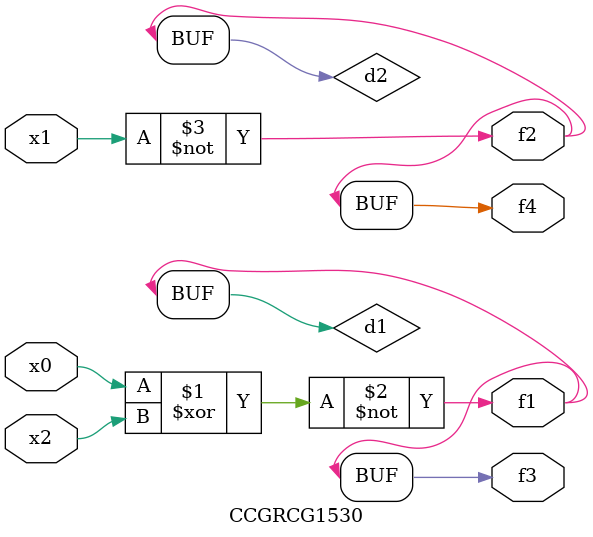
<source format=v>
module CCGRCG1530(
	input x0, x1, x2,
	output f1, f2, f3, f4
);

	wire d1, d2, d3;

	xnor (d1, x0, x2);
	nand (d2, x1);
	nor (d3, x1, x2);
	assign f1 = d1;
	assign f2 = d2;
	assign f3 = d1;
	assign f4 = d2;
endmodule

</source>
